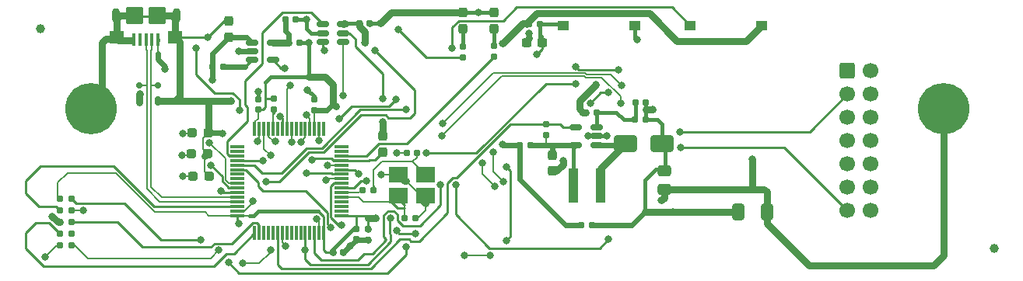
<source format=gbr>
%TF.GenerationSoftware,KiCad,Pcbnew,8.0.2*%
%TF.CreationDate,2024-05-22T10:06:01-07:00*%
%TF.ProjectId,USB_8769M,5553425f-3837-4363-994d-2e6b69636164,rev?*%
%TF.SameCoordinates,Original*%
%TF.FileFunction,Copper,L1,Top*%
%TF.FilePolarity,Positive*%
%FSLAX46Y46*%
G04 Gerber Fmt 4.6, Leading zero omitted, Abs format (unit mm)*
G04 Created by KiCad (PCBNEW 8.0.2) date 2024-05-22 10:06:01*
%MOMM*%
%LPD*%
G01*
G04 APERTURE LIST*
G04 Aperture macros list*
%AMRoundRect*
0 Rectangle with rounded corners*
0 $1 Rounding radius*
0 $2 $3 $4 $5 $6 $7 $8 $9 X,Y pos of 4 corners*
0 Add a 4 corners polygon primitive as box body*
4,1,4,$2,$3,$4,$5,$6,$7,$8,$9,$2,$3,0*
0 Add four circle primitives for the rounded corners*
1,1,$1+$1,$2,$3*
1,1,$1+$1,$4,$5*
1,1,$1+$1,$6,$7*
1,1,$1+$1,$8,$9*
0 Add four rect primitives between the rounded corners*
20,1,$1+$1,$2,$3,$4,$5,0*
20,1,$1+$1,$4,$5,$6,$7,0*
20,1,$1+$1,$6,$7,$8,$9,0*
20,1,$1+$1,$8,$9,$2,$3,0*%
G04 Aperture macros list end*
%TA.AperFunction,SMDPad,CuDef*%
%ADD10R,2.100000X1.800000*%
%TD*%
%TA.AperFunction,SMDPad,CuDef*%
%ADD11RoundRect,0.250000X1.000000X0.650000X-1.000000X0.650000X-1.000000X-0.650000X1.000000X-0.650000X0*%
%TD*%
%TA.AperFunction,SMDPad,CuDef*%
%ADD12RoundRect,0.160000X-0.197500X-0.160000X0.197500X-0.160000X0.197500X0.160000X-0.197500X0.160000X0*%
%TD*%
%TA.AperFunction,SMDPad,CuDef*%
%ADD13RoundRect,0.155000X0.212500X0.155000X-0.212500X0.155000X-0.212500X-0.155000X0.212500X-0.155000X0*%
%TD*%
%TA.AperFunction,SMDPad,CuDef*%
%ADD14RoundRect,0.160000X0.197500X0.160000X-0.197500X0.160000X-0.197500X-0.160000X0.197500X-0.160000X0*%
%TD*%
%TA.AperFunction,SMDPad,CuDef*%
%ADD15RoundRect,0.155000X-0.155000X0.212500X-0.155000X-0.212500X0.155000X-0.212500X0.155000X0.212500X0*%
%TD*%
%TA.AperFunction,SMDPad,CuDef*%
%ADD16RoundRect,0.237500X-0.300000X-0.237500X0.300000X-0.237500X0.300000X0.237500X-0.300000X0.237500X0*%
%TD*%
%TA.AperFunction,SMDPad,CuDef*%
%ADD17RoundRect,0.160000X-0.160000X0.197500X-0.160000X-0.197500X0.160000X-0.197500X0.160000X0.197500X0*%
%TD*%
%TA.AperFunction,ComponentPad*%
%ADD18C,3.600000*%
%TD*%
%TA.AperFunction,ConnectorPad*%
%ADD19C,5.600000*%
%TD*%
%TA.AperFunction,SMDPad,CuDef*%
%ADD20RoundRect,0.155000X0.155000X-0.212500X0.155000X0.212500X-0.155000X0.212500X-0.155000X-0.212500X0*%
%TD*%
%TA.AperFunction,ConnectorPad*%
%ADD21C,0.787400*%
%TD*%
%TA.AperFunction,ComponentPad*%
%ADD22RoundRect,0.250000X-0.600000X-0.600000X0.600000X-0.600000X0.600000X0.600000X-0.600000X0.600000X0*%
%TD*%
%TA.AperFunction,ComponentPad*%
%ADD23C,1.700000*%
%TD*%
%TA.AperFunction,SMDPad,CuDef*%
%ADD24RoundRect,0.150000X-0.512500X-0.150000X0.512500X-0.150000X0.512500X0.150000X-0.512500X0.150000X0*%
%TD*%
%TA.AperFunction,SMDPad,CuDef*%
%ADD25RoundRect,0.250000X0.475000X-0.337500X0.475000X0.337500X-0.475000X0.337500X-0.475000X-0.337500X0*%
%TD*%
%TA.AperFunction,SMDPad,CuDef*%
%ADD26RoundRect,0.150000X0.512500X0.150000X-0.512500X0.150000X-0.512500X-0.150000X0.512500X-0.150000X0*%
%TD*%
%TA.AperFunction,SMDPad,CuDef*%
%ADD27RoundRect,0.237500X0.287500X0.237500X-0.287500X0.237500X-0.287500X-0.237500X0.287500X-0.237500X0*%
%TD*%
%TA.AperFunction,SMDPad,CuDef*%
%ADD28C,1.000000*%
%TD*%
%TA.AperFunction,SMDPad,CuDef*%
%ADD29RoundRect,0.160000X0.160000X-0.197500X0.160000X0.197500X-0.160000X0.197500X-0.160000X-0.197500X0*%
%TD*%
%TA.AperFunction,SMDPad,CuDef*%
%ADD30RoundRect,0.237500X-0.237500X0.287500X-0.237500X-0.287500X0.237500X-0.287500X0.237500X0.287500X0*%
%TD*%
%TA.AperFunction,SMDPad,CuDef*%
%ADD31RoundRect,0.155000X-0.212500X-0.155000X0.212500X-0.155000X0.212500X0.155000X-0.212500X0.155000X0*%
%TD*%
%TA.AperFunction,SMDPad,CuDef*%
%ADD32R,1.100000X3.700000*%
%TD*%
%TA.AperFunction,SMDPad,CuDef*%
%ADD33RoundRect,0.250000X-0.412500X-0.650000X0.412500X-0.650000X0.412500X0.650000X-0.412500X0.650000X0*%
%TD*%
%TA.AperFunction,SMDPad,CuDef*%
%ADD34RoundRect,0.175000X0.175000X0.325000X-0.175000X0.325000X-0.175000X-0.325000X0.175000X-0.325000X0*%
%TD*%
%TA.AperFunction,SMDPad,CuDef*%
%ADD35RoundRect,0.150000X0.200000X0.150000X-0.200000X0.150000X-0.200000X-0.150000X0.200000X-0.150000X0*%
%TD*%
%TA.AperFunction,SMDPad,CuDef*%
%ADD36RoundRect,0.100000X0.100000X0.575000X-0.100000X0.575000X-0.100000X-0.575000X0.100000X-0.575000X0*%
%TD*%
%TA.AperFunction,ComponentPad*%
%ADD37O,0.900000X1.600000*%
%TD*%
%TA.AperFunction,SMDPad,CuDef*%
%ADD38RoundRect,0.250000X0.550000X0.450000X-0.550000X0.450000X-0.550000X-0.450000X0.550000X-0.450000X0*%
%TD*%
%TA.AperFunction,SMDPad,CuDef*%
%ADD39RoundRect,0.250000X0.700000X0.700000X-0.700000X0.700000X-0.700000X-0.700000X0.700000X-0.700000X0*%
%TD*%
%TA.AperFunction,SMDPad,CuDef*%
%ADD40RoundRect,0.237500X0.237500X-0.300000X0.237500X0.300000X-0.237500X0.300000X-0.237500X-0.300000X0*%
%TD*%
%TA.AperFunction,SMDPad,CuDef*%
%ADD41RoundRect,0.075000X0.700000X0.075000X-0.700000X0.075000X-0.700000X-0.075000X0.700000X-0.075000X0*%
%TD*%
%TA.AperFunction,SMDPad,CuDef*%
%ADD42RoundRect,0.075000X0.075000X0.700000X-0.075000X0.700000X-0.075000X-0.700000X0.075000X-0.700000X0*%
%TD*%
%TA.AperFunction,SMDPad,CuDef*%
%ADD43RoundRect,0.237500X-0.237500X0.300000X-0.237500X-0.300000X0.237500X-0.300000X0.237500X0.300000X0*%
%TD*%
%TA.AperFunction,SMDPad,CuDef*%
%ADD44R,1.250000X1.000000*%
%TD*%
%TA.AperFunction,ViaPad*%
%ADD45C,0.800000*%
%TD*%
%TA.AperFunction,Conductor*%
%ADD46C,0.800000*%
%TD*%
%TA.AperFunction,Conductor*%
%ADD47C,0.400000*%
%TD*%
%TA.AperFunction,Conductor*%
%ADD48C,0.200000*%
%TD*%
%TA.AperFunction,Conductor*%
%ADD49C,0.600000*%
%TD*%
%TA.AperFunction,Conductor*%
%ADD50C,0.254000*%
%TD*%
%TA.AperFunction,Conductor*%
%ADD51C,0.250000*%
%TD*%
%TA.AperFunction,Conductor*%
%ADD52C,0.400600*%
%TD*%
%TA.AperFunction,Conductor*%
%ADD53C,0.621000*%
%TD*%
%TA.AperFunction,Conductor*%
%ADD54C,0.641000*%
%TD*%
G04 APERTURE END LIST*
D10*
%TO.P,Y1,1,1*%
%TO.N,Net-(U3-PH0)*%
X137000000Y-105700000D03*
%TO.P,Y1,2,2*%
%TO.N,GND*%
X139900000Y-105700000D03*
%TO.P,Y1,3,3*%
%TO.N,Net-(C16-Pad1)*%
X139900000Y-103400000D03*
%TO.P,Y1,4,4*%
%TO.N,GND*%
X137000000Y-103400000D03*
%TD*%
D11*
%TO.P,D1,1,K*%
%TO.N,+VSW*%
X165700000Y-100000000D03*
%TO.P,D1,2,A*%
%TO.N,Net-(D1-A)*%
X161700000Y-100000000D03*
%TD*%
D12*
%TO.P,R4,1*%
%TO.N,Net-(U1-FB)*%
X162705000Y-97400000D03*
%TO.P,R4,2*%
%TO.N,+VSW*%
X163900000Y-97400000D03*
%TD*%
D13*
%TO.P,C9,1*%
%TO.N,GND*%
X130967500Y-111900000D03*
%TO.P,C9,2*%
%TO.N,+3.3V*%
X129832500Y-111900000D03*
%TD*%
D14*
%TO.P,R2,1*%
%TO.N,Net-(U1-VIN)*%
X151397500Y-100200000D03*
%TO.P,R2,2*%
%TO.N,VBUS*%
X150202500Y-100200000D03*
%TD*%
D15*
%TO.P,C7,1*%
%TO.N,+3.3V*%
X133700000Y-109332500D03*
%TO.P,C7,2*%
%TO.N,GND*%
X133700000Y-110467500D03*
%TD*%
D16*
%TO.P,C14,1*%
%TO.N,GND*%
X150937500Y-89000000D03*
%TO.P,C14,2*%
%TO.N,Net-(J2-~{RESET})*%
X152662500Y-89000000D03*
%TD*%
D17*
%TO.P,R12,1*%
%TO.N,+3.3V*%
X123400000Y-95105000D03*
%TO.P,R12,2*%
%TO.N,/uController/BOOT1*%
X123400000Y-96300000D03*
%TD*%
D18*
%TO.P,H1,1,1*%
%TO.N,GND*%
X103500000Y-96200000D03*
D19*
X103500000Y-96200000D03*
%TD*%
D13*
%TO.P,C16,1*%
%TO.N,Net-(C16-Pad1)*%
X139000000Y-101000000D03*
%TO.P,C16,2*%
%TO.N,GND*%
X137865000Y-101000000D03*
%TD*%
D20*
%TO.P,C12,1*%
%TO.N,GND*%
X132400000Y-110435000D03*
%TO.P,C12,2*%
%TO.N,+3.3V*%
X132400000Y-109300000D03*
%TD*%
D18*
%TO.P,H2,1,1*%
%TO.N,GND*%
X196300000Y-96200000D03*
D19*
X196300000Y-96200000D03*
%TD*%
D21*
%TO.P,J2,1,VTref*%
%TO.N,+3.3V*%
X100130000Y-106030000D03*
%TO.P,J2,2,SWDIO/TMS*%
%TO.N,/uController/JTMS*%
X100130000Y-107300000D03*
%TO.P,J2,3,GND*%
%TO.N,GND*%
X100130000Y-108570000D03*
%TO.P,J2,4,SWCLK/TCK*%
%TO.N,/uController/JTCK*%
X100130000Y-109840000D03*
%TO.P,J2,5,GND*%
%TO.N,GND*%
X100130000Y-111110000D03*
%TO.P,J2,6,SWO/TDO*%
%TO.N,/uController/JTDO*%
X101400000Y-111110000D03*
%TO.P,J2,7,KEY*%
%TO.N,unconnected-(J2-KEY-Pad7)*%
X101400000Y-109840000D03*
%TO.P,J2,8,NC/TDI*%
%TO.N,/uController/JTDI*%
X101400000Y-108570000D03*
%TO.P,J2,9,GNDDetect*%
%TO.N,GND*%
X101400000Y-107300000D03*
%TO.P,J2,10,~{RESET}*%
%TO.N,Net-(J2-~{RESET})*%
X101400000Y-106030000D03*
%TD*%
D22*
%TO.P,J3,1,Pin_1*%
%TO.N,unconnected-(J3-Pin_1-Pad1)*%
X185860000Y-92060000D03*
D23*
%TO.P,J3,2,Pin_2*%
%TO.N,unconnected-(J3-Pin_2-Pad2)*%
X188400000Y-92060000D03*
%TO.P,J3,3,Pin_3*%
%TO.N,/AttenIFace/P4THRU*%
X185860000Y-94600000D03*
%TO.P,J3,4,Pin_4*%
%TO.N,/AttenIFace/P4CONN*%
X188400000Y-94600000D03*
%TO.P,J3,5,Pin_5*%
%TO.N,unconnected-(J3-Pin_5-Pad5)*%
X185860000Y-97140000D03*
%TO.P,J3,6,Pin_6*%
%TO.N,/AttenIFace/P3THRU*%
X188400000Y-97140000D03*
%TO.P,J3,7,Pin_7*%
%TO.N,/AttenIFace/P2THRU*%
X185860000Y-99680000D03*
%TO.P,J3,8,Pin_8*%
%TO.N,/AttenIFace/P1THRU*%
X188400000Y-99680000D03*
%TO.P,J3,9,Pin_9*%
%TO.N,/AttenIFace/P1CONN*%
X185860000Y-102220000D03*
%TO.P,J3,10,Pin_10*%
%TO.N,/AttenIFace/P2CONN*%
X188400000Y-102220000D03*
%TO.P,J3,11,Pin_11*%
%TO.N,/AttenIFace/P3CONN*%
X185860000Y-104760000D03*
%TO.P,J3,12,Pin_12*%
%TO.N,+VSW*%
X188400000Y-104760000D03*
%TO.P,J3,13,Pin_13*%
%TO.N,/AttenIFace/P5CONN*%
X185860000Y-107300000D03*
%TO.P,J3,14,Pin_14*%
%TO.N,/AttenIFace/P5THRU*%
X188400000Y-107300000D03*
%TD*%
D24*
%TO.P,U4,1,DO*%
%TO.N,/uController/SPI2_MISO*%
X128725000Y-87000000D03*
%TO.P,U4,2,Vss*%
%TO.N,GND*%
X128725000Y-87950000D03*
%TO.P,U4,3,DI*%
%TO.N,/uController/SPI2_MOSI*%
X128725000Y-88900000D03*
%TO.P,U4,4,CLK*%
%TO.N,/uController/SPI2_SCK*%
X131000000Y-88900000D03*
%TO.P,U4,5,CS*%
%TO.N,/uController/~{SPI2NSS}*%
X131000000Y-87950000D03*
%TO.P,U4,6,Vcc*%
%TO.N,+3.3V*%
X131000000Y-87000000D03*
%TD*%
D25*
%TO.P,C3,1*%
%TO.N,GND*%
X165900000Y-105037500D03*
%TO.P,C3,2*%
%TO.N,+VSW*%
X165900000Y-102962500D03*
%TD*%
D24*
%TO.P,U2,1,VIN*%
%TO.N,VBUS*%
X121025000Y-89000000D03*
%TO.P,U2,2,GND*%
%TO.N,GND*%
X121025000Y-89950000D03*
%TO.P,U2,3,ON/~{OFF}*%
%TO.N,Net-(U2-ON{slash}~{OFF})*%
X121025000Y-90900000D03*
%TO.P,U2,4,BP*%
%TO.N,Net-(U2-BP)*%
X123300000Y-90900000D03*
%TO.P,U2,5,VOUT*%
%TO.N,Net-(U2-VOUT)*%
X123300000Y-89000000D03*
%TD*%
D26*
%TO.P,U1,1,SW*%
%TO.N,Net-(D1-A)*%
X158592500Y-100150000D03*
%TO.P,U1,2,GND*%
%TO.N,GND*%
X158592500Y-99200000D03*
%TO.P,U1,3,FB*%
%TO.N,Net-(U1-FB)*%
X158592500Y-98250000D03*
%TO.P,U1,4,EN*%
%TO.N,HVEnable*%
X156317500Y-98250000D03*
%TO.P,U1,5,VIN*%
%TO.N,Net-(U1-VIN)*%
X156317500Y-100150000D03*
%TD*%
D27*
%TO.P,D6,1,K*%
%TO.N,GND*%
X116200000Y-101100000D03*
%TO.P,D6,2,A*%
%TO.N,Net-(D6-A)*%
X114450000Y-101100000D03*
%TD*%
D28*
%TO.P,FID2,*%
%TO.N,*%
X201800000Y-111400000D03*
%TD*%
D13*
%TO.P,C5,1*%
%TO.N,GND*%
X125800000Y-86500000D03*
%TO.P,C5,2*%
%TO.N,Net-(U2-VOUT)*%
X124665000Y-86500000D03*
%TD*%
%TO.P,C18,1*%
%TO.N,GND*%
X133867500Y-86900000D03*
%TO.P,C18,2*%
%TO.N,+3.3V*%
X132732500Y-86900000D03*
%TD*%
D29*
%TO.P,R9,1*%
%TO.N,Net-(U3-PA0)*%
X147400000Y-90565000D03*
%TO.P,R9,2*%
%TO.N,Net-(D3-A)*%
X147400000Y-89370000D03*
%TD*%
D30*
%TO.P,D4,1,K*%
%TO.N,GND*%
X144000000Y-85725000D03*
%TO.P,D4,2,A*%
%TO.N,Net-(D4-A)*%
X144000000Y-87475000D03*
%TD*%
D31*
%TO.P,C15,1*%
%TO.N,Net-(U3-PH0)*%
X137665000Y-108100000D03*
%TO.P,C15,2*%
%TO.N,GND*%
X138800000Y-108100000D03*
%TD*%
D12*
%TO.P,R5,1*%
%TO.N,GND*%
X157405000Y-96600000D03*
%TO.P,R5,2*%
%TO.N,Net-(U1-FB)*%
X158600000Y-96600000D03*
%TD*%
D32*
%TO.P,L1,1,1*%
%TO.N,Net-(U1-VIN)*%
X156000000Y-104600000D03*
%TO.P,L1,2,2*%
%TO.N,Net-(D1-A)*%
X159000000Y-104600000D03*
%TD*%
D12*
%TO.P,R6,1*%
%TO.N,Net-(U2-VOUT)*%
X125005000Y-89000000D03*
%TO.P,R6,2*%
%TO.N,+3.3V*%
X126200000Y-89000000D03*
%TD*%
D13*
%TO.P,C2,1*%
%TO.N,+VSW*%
X163900000Y-95500000D03*
%TO.P,C2,2*%
%TO.N,Net-(U1-FB)*%
X162765000Y-95500000D03*
%TD*%
D12*
%TO.P,R1,1*%
%TO.N,VBUS*%
X156900000Y-108900000D03*
%TO.P,R1,2*%
%TO.N,+VSW*%
X158095000Y-108900000D03*
%TD*%
D33*
%TO.P,C19,1*%
%TO.N,+VSW*%
X173975000Y-107500000D03*
%TO.P,C19,2*%
%TO.N,GND*%
X177100000Y-107500000D03*
%TD*%
D34*
%TO.P,D2,1,GND*%
%TO.N,GND*%
X110800000Y-95350000D03*
D35*
%TO.P,D2,2,I/O1*%
%TO.N,/uController/USB-*%
X110800000Y-93650000D03*
%TO.P,D2,3,I/O2*%
%TO.N,/uController/USB+*%
X108800000Y-93650000D03*
%TO.P,D2,4,VCC*%
%TO.N,VBUS*%
X108800000Y-95550000D03*
%TD*%
D36*
%TO.P,J1,1,VBUS*%
%TO.N,VBUS*%
X110800000Y-88675000D03*
%TO.P,J1,2,D-*%
%TO.N,/uController/USB-*%
X110150000Y-88675000D03*
%TO.P,J1,3,D+*%
%TO.N,/uController/USB+*%
X109500000Y-88675000D03*
%TO.P,J1,4,ID*%
%TO.N,unconnected-(J1-ID-Pad4)*%
X108850000Y-88675000D03*
%TO.P,J1,5,GND*%
%TO.N,GND*%
X108200000Y-88675000D03*
D37*
%TO.P,J1,6,Shield*%
X112800000Y-86000000D03*
D38*
X112700000Y-88450000D03*
D39*
X110700000Y-86000000D03*
X108300000Y-86000000D03*
D38*
X106300000Y-88450000D03*
D37*
X106200000Y-86000000D03*
%TD*%
D40*
%TO.P,C1,1*%
%TO.N,GND*%
X153700000Y-103000000D03*
%TO.P,C1,2*%
%TO.N,Net-(U1-VIN)*%
X153700000Y-101275000D03*
%TD*%
D28*
%TO.P,FID1,*%
%TO.N,*%
X98000000Y-87500000D03*
%TD*%
D12*
%TO.P,R7,1*%
%TO.N,VBUS*%
X116705000Y-91600000D03*
%TO.P,R7,2*%
%TO.N,Net-(U2-ON{slash}~{OFF})*%
X117900000Y-91600000D03*
%TD*%
D20*
%TO.P,C8,1*%
%TO.N,+3.3V*%
X121700000Y-96300000D03*
%TO.P,C8,2*%
%TO.N,GND*%
X121700000Y-95165000D03*
%TD*%
D41*
%TO.P,U3,1,VBAT*%
%TO.N,+3.3V*%
X130775000Y-107850000D03*
%TO.P,U3,2,PC13*%
%TO.N,unconnected-(U3-PC13-Pad2)*%
X130775000Y-107350000D03*
%TO.P,U3,3,PC14*%
%TO.N,unconnected-(U3-PC14-Pad3)*%
X130775000Y-106850000D03*
%TO.P,U3,4,PC15*%
%TO.N,unconnected-(U3-PC15-Pad4)*%
X130775000Y-106350000D03*
%TO.P,U3,5,PH0*%
%TO.N,Net-(U3-PH0)*%
X130775000Y-105850000D03*
%TO.P,U3,6,PH1*%
%TO.N,Net-(U3-PH1)*%
X130775000Y-105350000D03*
%TO.P,U3,7,NRST*%
%TO.N,Net-(J2-~{RESET})*%
X130775000Y-104850000D03*
%TO.P,U3,8,PC0*%
%TO.N,S1U*%
X130775000Y-104350000D03*
%TO.P,U3,9,PC1*%
%TO.N,S1D*%
X130775000Y-103850000D03*
%TO.P,U3,10,PC2*%
%TO.N,S2U*%
X130775000Y-103350000D03*
%TO.P,U3,11,PC3*%
%TO.N,S2D*%
X130775000Y-102850000D03*
%TO.P,U3,12,VSSA*%
%TO.N,GND*%
X130775000Y-102350000D03*
%TO.P,U3,13,VDDA*%
%TO.N,Net-(U3-VDDA)*%
X130775000Y-101850000D03*
%TO.P,U3,14,PA0*%
%TO.N,Net-(U3-PA0)*%
X130775000Y-101350000D03*
%TO.P,U3,15,PA1*%
%TO.N,unconnected-(U3-PA1-Pad15)*%
X130775000Y-100850000D03*
%TO.P,U3,16,PA2*%
%TO.N,unconnected-(U3-PA2-Pad16)*%
X130775000Y-100350000D03*
D42*
%TO.P,U3,17,PA3*%
%TO.N,unconnected-(U3-PA3-Pad17)*%
X128850000Y-98425000D03*
%TO.P,U3,18,VSS*%
%TO.N,GND*%
X128350000Y-98425000D03*
%TO.P,U3,19,VDD*%
%TO.N,+3.3V*%
X127850000Y-98425000D03*
%TO.P,U3,20,PA4*%
%TO.N,S5U*%
X127350000Y-98425000D03*
%TO.P,U3,21,PA5*%
%TO.N,S5D*%
X126850000Y-98425000D03*
%TO.P,U3,22,PA6*%
%TO.N,unconnected-(U3-PA6-Pad22)*%
X126350000Y-98425000D03*
%TO.P,U3,23,PA7*%
%TO.N,unconnected-(U3-PA7-Pad23)*%
X125850000Y-98425000D03*
%TO.P,U3,24,PC4*%
%TO.N,S3U*%
X125350000Y-98425000D03*
%TO.P,U3,25,PC5*%
%TO.N,S3D*%
X124850000Y-98425000D03*
%TO.P,U3,26,PB0*%
%TO.N,Net-(U3-PB0)*%
X124350000Y-98425000D03*
%TO.P,U3,27,PB1*%
%TO.N,unconnected-(U3-PB1-Pad27)*%
X123850000Y-98425000D03*
%TO.P,U3,28,PB2*%
%TO.N,/uController/BOOT1*%
X123350000Y-98425000D03*
%TO.P,U3,29,PB10*%
%TO.N,/uController/SPI2_SCK*%
X122850000Y-98425000D03*
%TO.P,U3,30,VCAP1*%
%TO.N,Net-(U3-VCAP1)*%
X122350000Y-98425000D03*
%TO.P,U3,31,VSS*%
%TO.N,GND*%
X121850000Y-98425000D03*
%TO.P,U3,32,VDD*%
%TO.N,+3.3V*%
X121350000Y-98425000D03*
D41*
%TO.P,U3,33,PB12*%
%TO.N,unconnected-(U3-PB12-Pad33)*%
X119425000Y-100350000D03*
%TO.P,U3,34,PB13*%
%TO.N,unconnected-(U3-PB13-Pad34)*%
X119425000Y-100850000D03*
%TO.P,U3,35,PB14*%
%TO.N,/uController/SPI2_MISO*%
X119425000Y-101350000D03*
%TO.P,U3,36,PB15*%
%TO.N,/uController/SPI2_MOSI*%
X119425000Y-101850000D03*
%TO.P,U3,37,PC6*%
%TO.N,S4U*%
X119425000Y-102350000D03*
%TO.P,U3,38,PC7*%
%TO.N,S4D*%
X119425000Y-102850000D03*
%TO.P,U3,39,PC8*%
%TO.N,unconnected-(U3-PC8-Pad39)*%
X119425000Y-103350000D03*
%TO.P,U3,40,PC9*%
%TO.N,unconnected-(U3-PC9-Pad40)*%
X119425000Y-103850000D03*
%TO.P,U3,41,PA8*%
%TO.N,Net-(U3-PA8)*%
X119425000Y-104350000D03*
%TO.P,U3,42,PA9*%
%TO.N,Net-(U3-PA9)*%
X119425000Y-104850000D03*
%TO.P,U3,43,PA10*%
%TO.N,Net-(U3-PA10)*%
X119425000Y-105350000D03*
%TO.P,U3,44,PA11*%
%TO.N,/uController/USB-*%
X119425000Y-105850000D03*
%TO.P,U3,45,PA12*%
%TO.N,/uController/USB+*%
X119425000Y-106350000D03*
%TO.P,U3,46,PA13*%
%TO.N,/uController/JTMS*%
X119425000Y-106850000D03*
%TO.P,U3,47,VSS*%
%TO.N,GND*%
X119425000Y-107350000D03*
%TO.P,U3,48,VDD*%
%TO.N,+3.3V*%
X119425000Y-107850000D03*
D42*
%TO.P,U3,49,PA14*%
%TO.N,/uController/JTCK*%
X121350000Y-109775000D03*
%TO.P,U3,50,PA15*%
%TO.N,/uController/JTDI*%
X121850000Y-109775000D03*
%TO.P,U3,51,PC10*%
%TO.N,unconnected-(U3-PC10-Pad51)*%
X122350000Y-109775000D03*
%TO.P,U3,52,PC11*%
%TO.N,unconnected-(U3-PC11-Pad52)*%
X122850000Y-109775000D03*
%TO.P,U3,53,PC12*%
%TO.N,unconnected-(U3-PC12-Pad53)*%
X123350000Y-109775000D03*
%TO.P,U3,54,PD2*%
%TO.N,HVEnable*%
X123850000Y-109775000D03*
%TO.P,U3,55,PB3*%
%TO.N,/uController/JTDO*%
X124350000Y-109775000D03*
%TO.P,U3,56,PB4*%
%TO.N,unconnected-(U3-PB4-Pad56)*%
X124850000Y-109775000D03*
%TO.P,U3,57,PB5*%
%TO.N,unconnected-(U3-PB5-Pad57)*%
X125350000Y-109775000D03*
%TO.P,U3,58,PB6*%
%TO.N,unconnected-(U3-PB6-Pad58)*%
X125850000Y-109775000D03*
%TO.P,U3,59,PB7*%
%TO.N,unconnected-(U3-PB7-Pad59)*%
X126350000Y-109775000D03*
%TO.P,U3,60,BOOT0*%
%TO.N,Net-(U3-BOOT0)*%
X126850000Y-109775000D03*
%TO.P,U3,61,PB8*%
%TO.N,unconnected-(U3-PB8-Pad61)*%
X127350000Y-109775000D03*
%TO.P,U3,62,PB9*%
%TO.N,/uController/~{SPI2NSS}*%
X127850000Y-109775000D03*
%TO.P,U3,63,VSS*%
%TO.N,GND*%
X128350000Y-109775000D03*
%TO.P,U3,64,VDD*%
%TO.N,+3.3V*%
X128850000Y-109775000D03*
%TD*%
D29*
%TO.P,R13,1*%
%TO.N,Net-(U3-PB0)*%
X144000000Y-90595000D03*
%TO.P,R13,2*%
%TO.N,Net-(D4-A)*%
X144000000Y-89400000D03*
%TD*%
D43*
%TO.P,C4,1*%
%TO.N,GND*%
X118500000Y-86675000D03*
%TO.P,C4,2*%
%TO.N,VBUS*%
X118500000Y-88400000D03*
%TD*%
D14*
%TO.P,R11,1*%
%TO.N,Net-(C16-Pad1)*%
X134297500Y-105100000D03*
%TO.P,R11,2*%
%TO.N,Net-(U3-PH1)*%
X133102500Y-105100000D03*
%TD*%
D43*
%TO.P,FB1,1*%
%TO.N,+3.3V*%
X135300000Y-99175000D03*
%TO.P,FB1,2*%
%TO.N,Net-(U3-VDDA)*%
X135300000Y-100900000D03*
%TD*%
D27*
%TO.P,D5,1,K*%
%TO.N,GND*%
X116300000Y-98800000D03*
%TO.P,D5,2,A*%
%TO.N,Net-(D5-A)*%
X114550000Y-98800000D03*
%TD*%
D30*
%TO.P,D3,1,K*%
%TO.N,GND*%
X147400000Y-85725000D03*
%TO.P,D3,2,A*%
%TO.N,Net-(D3-A)*%
X147400000Y-87475000D03*
%TD*%
D20*
%TO.P,C11,1*%
%TO.N,+3.3V*%
X127800000Y-96335000D03*
%TO.P,C11,2*%
%TO.N,GND*%
X127800000Y-95200000D03*
%TD*%
D17*
%TO.P,R3,1*%
%TO.N,HVEnable*%
X153100000Y-97902500D03*
%TO.P,R3,2*%
%TO.N,Net-(U1-VIN)*%
X153100000Y-99097500D03*
%TD*%
D44*
%TO.P,SW2,1,1*%
%TO.N,Net-(U3-BOOT0)*%
X168725000Y-87100000D03*
%TO.P,SW2,2,2*%
%TO.N,+3.3V*%
X176475000Y-87100000D03*
%TD*%
D12*
%TO.P,R8,1*%
%TO.N,+3.3V*%
X151205000Y-87000000D03*
%TO.P,R8,2*%
%TO.N,Net-(J2-~{RESET})*%
X152400000Y-87000000D03*
%TD*%
D44*
%TO.P,SW1,1,1*%
%TO.N,Net-(J2-~{RESET})*%
X154950000Y-87100000D03*
%TO.P,SW1,2,2*%
%TO.N,GND*%
X162700000Y-87100000D03*
%TD*%
D27*
%TO.P,D7,1,K*%
%TO.N,GND*%
X116400000Y-103600000D03*
%TO.P,D7,2,A*%
%TO.N,Net-(D7-A)*%
X114650000Y-103600000D03*
%TD*%
D45*
%TO.N,GND*%
X118800000Y-95350000D03*
X163000000Y-88700000D03*
X117800000Y-98900000D03*
X158451757Y-93606003D03*
X159700000Y-99200000D03*
X129289000Y-102416000D03*
X131700000Y-111200000D03*
X151200000Y-88000000D03*
X127099001Y-94127201D03*
X175476017Y-101676009D03*
X135000000Y-86900000D03*
X145700000Y-85725000D03*
X99336100Y-107935000D03*
X121650000Y-99761800D03*
X154900000Y-101900000D03*
X165600000Y-106200000D03*
X157600000Y-99200000D03*
X136800000Y-101000000D03*
X116255000Y-88450000D03*
X128070000Y-108243000D03*
X127000000Y-86500000D03*
X135100000Y-103400000D03*
X121099996Y-106300000D03*
X128334000Y-99663000D03*
X102700000Y-107300000D03*
X119600000Y-89900000D03*
X98500000Y-112400000D03*
X121700000Y-94300000D03*
%TO.N,+VSW*%
X166867994Y-107500006D03*
X164648000Y-96312300D03*
%TO.N,VBUS*%
X111600000Y-91855000D03*
X108898000Y-94600000D03*
X148300000Y-100100000D03*
X116700000Y-93100000D03*
%TO.N,Net-(U2-BP)*%
X124600000Y-91800000D03*
%TO.N,+3.3V*%
X135300000Y-97600000D03*
X134474000Y-108100000D03*
X127200000Y-89000000D03*
X148322000Y-89092700D03*
X119607000Y-108717000D03*
X130207637Y-95966161D03*
X133300000Y-89000000D03*
%TO.N,Net-(U3-VDDA)*%
X127600000Y-101800000D03*
%TO.N,Net-(J2-~{RESET})*%
X115500000Y-110500000D03*
X133459000Y-104076000D03*
X137800000Y-111300000D03*
X118500000Y-113000000D03*
X152033000Y-90298200D03*
%TO.N,Net-(U3-VCAP1)*%
X123067000Y-101299000D03*
%TO.N,/uController/JTDO*%
X117437660Y-111644034D03*
X120059505Y-113073553D03*
X124707810Y-111156397D03*
X123059782Y-111613588D03*
%TO.N,/AttenIFace/P5CONN*%
X167700000Y-100400000D03*
%TO.N,/AttenIFace/P4THRU*%
X167600004Y-98700000D03*
%TO.N,Net-(U3-BOOT0)*%
X126850000Y-111600000D03*
X142854000Y-89633600D03*
X136138000Y-108109000D03*
%TO.N,Net-(U3-PB0)*%
X124138000Y-97025400D03*
X114999999Y-89599999D03*
X119700000Y-96400000D03*
X136948000Y-87565200D03*
%TO.N,/uController/~{SPI2NSS}*%
X141568000Y-104492000D03*
X135270000Y-95060000D03*
%TO.N,Net-(D5-A)*%
X113500000Y-98900000D03*
%TO.N,S5U*%
X126980000Y-96909700D03*
X161200000Y-95600000D03*
X141700000Y-99200000D03*
%TO.N,/uController/SPI2_MOSI*%
X122600000Y-104200000D03*
X122205000Y-101877000D03*
X128968000Y-89827900D03*
X134400000Y-89827900D03*
%TO.N,Net-(D6-A)*%
X113400000Y-101300000D03*
%TO.N,S3D*%
X125240383Y-93691286D03*
X147300000Y-100900000D03*
X148416000Y-104187000D03*
%TO.N,S2D*%
X138855000Y-109798000D03*
X136803000Y-109529000D03*
X132638000Y-103289000D03*
%TO.N,S1D*%
X144200000Y-112245000D03*
X147000002Y-112200000D03*
X129100000Y-104000000D03*
%TO.N,/uController/SPI2_SCK*%
X131000000Y-94800000D03*
X123614000Y-99781000D03*
%TO.N,S5D*%
X141800000Y-97800000D03*
X161300000Y-93700000D03*
X126400000Y-99800000D03*
%TO.N,S4D*%
X157891000Y-95590500D03*
X148710000Y-102510000D03*
X159790000Y-94464100D03*
X129611000Y-109126000D03*
X148711000Y-110600000D03*
%TO.N,S1U*%
X130818000Y-108884000D03*
%TO.N,S4U*%
X156305000Y-93457000D03*
X156300000Y-91600000D03*
X160933798Y-91933798D03*
X137800000Y-96300000D03*
X140054000Y-101029000D03*
%TO.N,Net-(D7-A)*%
X113500000Y-103600000D03*
%TO.N,S2U*%
X159854000Y-110434000D03*
X126976000Y-103249000D03*
X143198000Y-104492000D03*
X136700000Y-95200000D03*
X130539000Y-97282700D03*
%TO.N,S3U*%
X146146488Y-102146476D03*
X147500000Y-104700000D03*
X125400000Y-99800000D03*
%TO.N,Net-(U3-PA8)*%
X116400000Y-99900000D03*
%TO.N,Net-(U3-PA9)*%
X116600000Y-102400000D03*
%TO.N,Net-(U3-PA10)*%
X117700000Y-105175000D03*
%TD*%
D46*
%TO.N,GND*%
X100130000Y-108570000D02*
X99971100Y-108570000D01*
X165900000Y-105900000D02*
X165600000Y-106200000D01*
X174562500Y-105037500D02*
X165900000Y-105037500D01*
D47*
X147400000Y-85725000D02*
X145700000Y-85725000D01*
D48*
X121099996Y-106482414D02*
X121099996Y-106300000D01*
X99790000Y-111110000D02*
X98500000Y-112400000D01*
D46*
X175400000Y-105000000D02*
X175476017Y-104923983D01*
D48*
X128350000Y-98425000D02*
X128350000Y-99646800D01*
X116400000Y-103600000D02*
X115900000Y-103100000D01*
D46*
X113200000Y-94850000D02*
X112700000Y-95350000D01*
D48*
X100130000Y-111110000D02*
X99790000Y-111110000D01*
X115700000Y-99400000D02*
X116300000Y-98800000D01*
D46*
X176800000Y-105000000D02*
X174600000Y-105000000D01*
X104700000Y-93993000D02*
X105236000Y-94529100D01*
X177100000Y-107500000D02*
X177100000Y-108700000D01*
D49*
X133699500Y-110468000D02*
X132432000Y-110468000D01*
D46*
X137800000Y-104050000D02*
X137650000Y-104050000D01*
D48*
X121850000Y-98425000D02*
X121850000Y-99561800D01*
D46*
X151232000Y-88516200D02*
X150938000Y-88810700D01*
D48*
X116200000Y-101100000D02*
X115700000Y-100600000D01*
D50*
X108300000Y-86100000D02*
X110600000Y-86100000D01*
D49*
X121025000Y-89950000D02*
X119650000Y-89950000D01*
D46*
X144000000Y-85725000D02*
X136175000Y-85725000D01*
X175476017Y-104923983D02*
X175476017Y-101676009D01*
D48*
X119425000Y-107350000D02*
X120232410Y-107350000D01*
D47*
X157600000Y-99200000D02*
X158592500Y-99200000D01*
D49*
X132400000Y-110500000D02*
X131700000Y-111200000D01*
D48*
X128350000Y-108523000D02*
X128350000Y-109775000D01*
D49*
X119650000Y-89950000D02*
X119600000Y-89900000D01*
D46*
X177100000Y-107500000D02*
X177100000Y-105300000D01*
X154200000Y-103000000D02*
X154900000Y-102300000D01*
D48*
X137000000Y-103400000D02*
X135100000Y-103400000D01*
X137865000Y-101000000D02*
X136800000Y-101000000D01*
D46*
X105150000Y-88550000D02*
X104700000Y-89000000D01*
D49*
X131000000Y-111900000D02*
X131700000Y-111200000D01*
D46*
X136175000Y-85725000D02*
X135000000Y-86900000D01*
X104700000Y-89000000D02*
X104700000Y-93993000D01*
D47*
X145700000Y-85725000D02*
X144000000Y-85725000D01*
X151232000Y-88516200D02*
X151232000Y-88032500D01*
D46*
X177100000Y-108700000D02*
X181700000Y-113300000D01*
D47*
X127450000Y-87950000D02*
X127000000Y-87500000D01*
D46*
X154900000Y-102300000D02*
X154900000Y-101900000D01*
X106300000Y-88450000D02*
X106300000Y-86400000D01*
X177100000Y-105300000D02*
X176800000Y-105000000D01*
D47*
X163000000Y-88700000D02*
X162700000Y-88400000D01*
D46*
X150938000Y-88905300D02*
X150938000Y-89000000D01*
X196300000Y-112200000D02*
X196300000Y-96200000D01*
D48*
X121850000Y-99561800D02*
X121650000Y-99761800D01*
D46*
X113200000Y-88950000D02*
X113200000Y-94850000D01*
D47*
X121700000Y-95165000D02*
X121700000Y-94300000D01*
D46*
X112700000Y-95350000D02*
X110800000Y-95350000D01*
D50*
X112700000Y-88450000D02*
X116255000Y-88450000D01*
D46*
X106525000Y-88775000D02*
X106300000Y-88550000D01*
X137650000Y-104050000D02*
X137000000Y-103400000D01*
D50*
X118500000Y-86675000D02*
X118030000Y-86675000D01*
D47*
X128725000Y-87950000D02*
X127450000Y-87950000D01*
D46*
X132432000Y-110468000D02*
X132400000Y-110500000D01*
X105236000Y-94529100D02*
X105354000Y-94671400D01*
X156676000Y-96228500D02*
X156676000Y-95381760D01*
D49*
X117700000Y-98800000D02*
X117800000Y-98900000D01*
D46*
X133868000Y-86900000D02*
X133867500Y-86900000D01*
D48*
X139100000Y-108100000D02*
X139900000Y-107300000D01*
X138800000Y-108100000D02*
X139100000Y-108100000D01*
D46*
X116300000Y-95350000D02*
X112700000Y-95350000D01*
X116300000Y-95350000D02*
X118800000Y-95350000D01*
D48*
X130775000Y-102350000D02*
X129355000Y-102350000D01*
D46*
X112700000Y-88450000D02*
X113200000Y-88950000D01*
X181700000Y-113300000D02*
X195200000Y-113300000D01*
X157047500Y-96600000D02*
X156676000Y-96228500D01*
D48*
X115700000Y-100600000D02*
X115700000Y-99400000D01*
D46*
X107900000Y-88775000D02*
X106524998Y-88775000D01*
D49*
X132432000Y-110468000D02*
X132400000Y-110435000D01*
D47*
X127000000Y-87500000D02*
X127000000Y-86500000D01*
D46*
X133699500Y-110468000D02*
X133700000Y-110467500D01*
D47*
X162700000Y-88400000D02*
X162700000Y-87100000D01*
X151232000Y-88032500D02*
X151200000Y-88000000D01*
D46*
X112800000Y-86000000D02*
X112300000Y-86000000D01*
D47*
X127800000Y-95200000D02*
X127800000Y-94828200D01*
D46*
X106200000Y-88550000D02*
X105150000Y-88550000D01*
D48*
X137800000Y-104050000D02*
X139450000Y-105700000D01*
D50*
X118030000Y-86675000D02*
X116255000Y-88450000D01*
D47*
X158592500Y-99200000D02*
X159700000Y-99200000D01*
D46*
X116300000Y-98800000D02*
X116300000Y-95350000D01*
D48*
X115900000Y-103100000D02*
X115900000Y-101400000D01*
D46*
X139900000Y-106500000D02*
X139450000Y-106050000D01*
X156676000Y-95381760D02*
X158451757Y-93606003D01*
X153700000Y-103000000D02*
X154200000Y-103000000D01*
X106200000Y-86000000D02*
X108300000Y-86000000D01*
X106300000Y-86400000D02*
X106700000Y-86000000D01*
D48*
X139900000Y-107300000D02*
X139900000Y-106500000D01*
X128070000Y-108243000D02*
X128350000Y-108523000D01*
D46*
X195200000Y-113300000D02*
X196300000Y-112200000D01*
X174600000Y-105000000D02*
X174562500Y-105037500D01*
D47*
X125800000Y-86500000D02*
X127000000Y-86500000D01*
D46*
X112700000Y-86400000D02*
X112300000Y-86000000D01*
X99971100Y-108570000D02*
X99336100Y-107935000D01*
D48*
X128350000Y-99646800D02*
X128334000Y-99663000D01*
D47*
X127800000Y-94828200D02*
X127099001Y-94127201D01*
D46*
X165900000Y-105037500D02*
X165900000Y-105900000D01*
D49*
X116300000Y-98800000D02*
X117700000Y-98800000D01*
D46*
X112700000Y-88450000D02*
X112700000Y-86400000D01*
X157405000Y-96600000D02*
X157047500Y-96600000D01*
D47*
X151232000Y-89000000D02*
X151232000Y-88516200D01*
D46*
X150938000Y-88905300D02*
X150937500Y-88905800D01*
X150937500Y-88905800D02*
X150937500Y-89000000D01*
D47*
X133868000Y-86900000D02*
X135000000Y-86900000D01*
D48*
X120232410Y-107350000D02*
X121099996Y-106482414D01*
D46*
X130967500Y-111900000D02*
X131000000Y-111900000D01*
X150938000Y-88810700D02*
X150938000Y-88905300D01*
X112300000Y-86000000D02*
X110700000Y-86000000D01*
X115900000Y-101400000D02*
X116200000Y-101100000D01*
D48*
X101400000Y-107300000D02*
X102700000Y-107300000D01*
X129355000Y-102350000D02*
X129289000Y-102416000D01*
D47*
%TO.N,Net-(U1-VIN)*%
X156071000Y-100397000D02*
X156000000Y-100468000D01*
D49*
X153700000Y-100300000D02*
X153700000Y-101275000D01*
D48*
X153100000Y-99097500D02*
X153100000Y-100200000D01*
D49*
X153100000Y-100200000D02*
X153600000Y-100200000D01*
X153600000Y-100200000D02*
X156242000Y-100200000D01*
D47*
X156000000Y-100468000D02*
X156000000Y-104600000D01*
D49*
X151398000Y-100200000D02*
X153100000Y-100200000D01*
X153600000Y-100200000D02*
X153700000Y-100300000D01*
D47*
%TO.N,+VSW*%
X163900000Y-96312300D02*
X163900000Y-97400000D01*
X164989000Y-102832000D02*
X165899500Y-102832000D01*
D49*
X158095000Y-108900000D02*
X162400000Y-108900000D01*
D47*
X165700000Y-98950000D02*
X165700000Y-100000000D01*
X163800000Y-104021000D02*
X164989000Y-102832000D01*
X163900000Y-97400000D02*
X165200000Y-97400000D01*
X165700000Y-97900000D02*
X165700000Y-98950000D01*
D46*
X164648000Y-96312300D02*
X163900000Y-96312300D01*
D47*
X166044000Y-102688000D02*
X166044000Y-100344000D01*
D46*
X166868000Y-107500000D02*
X166867994Y-107500006D01*
D47*
X165200000Y-97400000D02*
X165700000Y-97900000D01*
X163800000Y-107500000D02*
X163800000Y-104021000D01*
D46*
X173975000Y-107500000D02*
X166868000Y-107500000D01*
X163800000Y-107500000D02*
X166868000Y-107500000D01*
D49*
X162400000Y-108900000D02*
X163800000Y-107500000D01*
D47*
X163900000Y-95500000D02*
X163900000Y-96312300D01*
%TO.N,Net-(U1-FB)*%
X162765000Y-97245800D02*
X162765000Y-97340000D01*
X158592000Y-97635300D02*
X158592000Y-96607500D01*
X158592000Y-97635800D02*
X158592000Y-97635300D01*
D51*
X158592000Y-97942900D02*
X158592500Y-97943400D01*
D47*
X158592000Y-98250000D02*
X158592000Y-97942900D01*
D51*
X158592000Y-97635800D02*
X158592000Y-97942900D01*
X158592000Y-97942900D02*
X158592000Y-98250000D01*
D47*
X160700000Y-96600000D02*
X158600000Y-96600000D01*
X158592000Y-97942900D02*
X158592000Y-97635800D01*
X161500000Y-97400000D02*
X160700000Y-96600000D01*
X162705000Y-97400000D02*
X161500000Y-97400000D01*
X162765000Y-95500000D02*
X162765000Y-97245800D01*
D51*
X158592000Y-97635300D02*
X158592000Y-97635800D01*
X158592500Y-97943400D02*
X158592500Y-98250000D01*
D52*
%TO.N,VBUS*%
X110800000Y-88775000D02*
X110800000Y-88675000D01*
D49*
X118500000Y-88400000D02*
X116705000Y-90195000D01*
X148400000Y-100200000D02*
X148300000Y-100100000D01*
X150202500Y-101104500D02*
X150202500Y-100200000D01*
D46*
X108800000Y-94698300D02*
X108898000Y-94600000D01*
X108800000Y-95550000D02*
X108800000Y-94698300D01*
D49*
X116705000Y-93095000D02*
X116700000Y-93100000D01*
X150202000Y-101105000D02*
X150202500Y-101104500D01*
X120425000Y-88400000D02*
X118500000Y-88400000D01*
X121025000Y-89000000D02*
X120425000Y-88400000D01*
X156900000Y-108900000D02*
X155200000Y-108900000D01*
X111600000Y-91600000D02*
X110800000Y-90800000D01*
X110800000Y-90800000D02*
X110800000Y-90200000D01*
X150202000Y-103902000D02*
X150202000Y-101105000D01*
X150202000Y-100200000D02*
X148400000Y-100200000D01*
X116705000Y-91600000D02*
X116705000Y-93095000D01*
X155200000Y-108900000D02*
X150202000Y-103902000D01*
X116705000Y-90195000D02*
X116705000Y-91600000D01*
D48*
X110800000Y-88775000D02*
X110800000Y-90200000D01*
D46*
%TO.N,Net-(U2-VOUT)*%
X123300000Y-89000000D02*
X125005000Y-89000000D01*
D49*
X125005000Y-89000000D02*
X125005000Y-88105000D01*
X125005000Y-88105000D02*
X124665000Y-87765000D01*
X124665000Y-87765000D02*
X124665000Y-86500000D01*
D50*
%TO.N,Net-(U2-BP)*%
X124600000Y-91800000D02*
X124200000Y-91800000D01*
X124200000Y-91800000D02*
X123300000Y-90900000D01*
D46*
%TO.N,+3.3V*%
X164300000Y-85800000D02*
X152014000Y-85800000D01*
D51*
X133450000Y-107850000D02*
X133700000Y-108100000D01*
D46*
X133700000Y-109332000D02*
X133700000Y-109332500D01*
X152014000Y-85800000D02*
X150914000Y-86900000D01*
D51*
X132400000Y-107850000D02*
X132400000Y-109300000D01*
D53*
X129223524Y-96335000D02*
X129900000Y-95658524D01*
D46*
X167300000Y-88800000D02*
X164300000Y-85800000D01*
D48*
X99915700Y-104284000D02*
X100981000Y-103219000D01*
D46*
X129900000Y-95658524D02*
X130207637Y-95966161D01*
X129832000Y-111900000D02*
X129832500Y-111900000D01*
D53*
X127850000Y-96385000D02*
X127800000Y-96335000D01*
D54*
X150914000Y-87000000D02*
X151205000Y-87000000D01*
D51*
X128850000Y-107997695D02*
X128252305Y-107400000D01*
D47*
X132090000Y-109300000D02*
X132400000Y-109300000D01*
D46*
X150914000Y-87000000D02*
X150914000Y-86900000D01*
X150914000Y-86900000D02*
X150515000Y-86900000D01*
D48*
X106219000Y-103219000D02*
X110470000Y-107470000D01*
X100981000Y-103219000D02*
X106219000Y-103219000D01*
D51*
X132400000Y-107850000D02*
X133450000Y-107850000D01*
D47*
X129832000Y-111558000D02*
X132090000Y-109300000D01*
D48*
X121700000Y-97267600D02*
X121700000Y-96300000D01*
D47*
X128252305Y-107400000D02*
X121700000Y-107400000D01*
D51*
X119425000Y-108535000D02*
X119607000Y-108717000D01*
X128850000Y-109775000D02*
X128850000Y-107997695D01*
D46*
X135300000Y-99175000D02*
X135300000Y-97600000D01*
D47*
X126200000Y-89000000D02*
X127200000Y-89000000D01*
X123100000Y-92700000D02*
X127200000Y-92700000D01*
D51*
X128850000Y-109775000D02*
X128850000Y-111650000D01*
X121700000Y-96300000D02*
X122200000Y-96300000D01*
D46*
X176475000Y-87100000D02*
X174775000Y-88800000D01*
D51*
X129100000Y-111900000D02*
X129832000Y-111900000D01*
D48*
X127850000Y-98425000D02*
X127850000Y-96385000D01*
X121350000Y-97617600D02*
X121700000Y-97267600D01*
D51*
X123400000Y-95105000D02*
X122505000Y-95105000D01*
X122200000Y-96300000D02*
X122500000Y-96000000D01*
X122500000Y-95100000D02*
X122500000Y-93300000D01*
D47*
X121200000Y-107900000D02*
X120800000Y-107900000D01*
D51*
X128850000Y-111650000D02*
X129100000Y-111900000D01*
X119425000Y-107850000D02*
X119425000Y-108535000D01*
D46*
X129000000Y-92700000D02*
X129900000Y-93600000D01*
D47*
X129832000Y-111900000D02*
X129832000Y-111558000D01*
D48*
X116323798Y-107850000D02*
X119425000Y-107850000D01*
D47*
X121250000Y-107850000D02*
X121200000Y-107900000D01*
D53*
X127800000Y-96335000D02*
X129223524Y-96335000D01*
D51*
X130775000Y-107850000D02*
X132400000Y-107850000D01*
X122500000Y-96000000D02*
X122500000Y-95100000D01*
D46*
X132732000Y-87225200D02*
X132732000Y-87049200D01*
X129900000Y-93600000D02*
X129900000Y-95658524D01*
D47*
X132732000Y-86900000D02*
X131100000Y-86900000D01*
D46*
X132732000Y-87049200D02*
X132732000Y-86900000D01*
X127200000Y-92700000D02*
X129000000Y-92700000D01*
D48*
X119425000Y-107850000D02*
X120750000Y-107850000D01*
D47*
X127200000Y-89000000D02*
X127200000Y-92700000D01*
D46*
X174775000Y-88800000D02*
X167300000Y-88800000D01*
X150515000Y-86900000D02*
X148322000Y-89092700D01*
X132732500Y-87048700D02*
X132732500Y-86900000D01*
D51*
X133700000Y-108100000D02*
X133700000Y-109332000D01*
D46*
X134474000Y-108100000D02*
X133700000Y-108100000D01*
D48*
X121350000Y-98425000D02*
X121350000Y-97617600D01*
D47*
X122500000Y-93300000D02*
X123100000Y-92700000D01*
D46*
X132732000Y-87049200D02*
X132732500Y-87048700D01*
X133300000Y-89000000D02*
X133300000Y-87792700D01*
D48*
X115943798Y-107470000D02*
X116323798Y-107850000D01*
D47*
X121700000Y-107400000D02*
X121250000Y-107850000D01*
D46*
X133300000Y-87792700D02*
X132732000Y-87225200D01*
D48*
X99915700Y-105816000D02*
X99915700Y-104284000D01*
X110470000Y-107470000D02*
X115943798Y-107470000D01*
D51*
X119375000Y-107900000D02*
X119425000Y-107850000D01*
D48*
X100130000Y-106030000D02*
X99915700Y-105816000D01*
X120750000Y-107850000D02*
X120800000Y-107900000D01*
D46*
X131000000Y-87000000D02*
X131100000Y-86900000D01*
D48*
X122505000Y-95105000D02*
X122500000Y-95100000D01*
D51*
%TO.N,Net-(U3-VDDA)*%
X129675000Y-101593000D02*
X129932000Y-101850000D01*
X135300000Y-100900000D02*
X134400000Y-101800000D01*
X133800000Y-101800000D02*
X133750000Y-101850000D01*
X134400000Y-101800000D02*
X133800000Y-101800000D01*
X129932000Y-101850000D02*
X130775000Y-101850000D01*
X127807000Y-101593000D02*
X129675000Y-101593000D01*
X127600000Y-101800000D02*
X127807000Y-101593000D01*
X133750000Y-101850000D02*
X130775000Y-101850000D01*
%TO.N,Net-(J2-~{RESET})*%
X130775000Y-104850000D02*
X132160000Y-104850000D01*
D47*
X152400500Y-87000000D02*
X154850000Y-87000000D01*
D51*
X137800000Y-112100000D02*
X135760000Y-114140000D01*
X152662000Y-89211600D02*
X152662000Y-88310700D01*
X132933000Y-104076000D02*
X133459000Y-104076000D01*
X132160000Y-104850000D02*
X132933000Y-104076000D01*
X101894000Y-106524000D02*
X107154000Y-106524000D01*
X111130000Y-110500000D02*
X115500000Y-110500000D01*
X119640000Y-114140000D02*
X118500000Y-113000000D01*
X135760000Y-114140000D02*
X119640000Y-114140000D01*
X107154000Y-106524000D02*
X111130000Y-110500000D01*
X152662000Y-89668300D02*
X152662000Y-89211600D01*
X152662000Y-88310700D02*
X152368000Y-88016200D01*
X101400000Y-106030000D02*
X101894000Y-106524000D01*
D47*
X152368000Y-88016200D02*
X152368000Y-87032500D01*
X152368000Y-89000000D02*
X152368000Y-88016200D01*
D51*
X152033000Y-90298200D02*
X152662000Y-89668300D01*
X137800000Y-111300000D02*
X137800000Y-112100000D01*
D48*
%TO.N,Net-(U3-PH0)*%
X132640000Y-105850000D02*
X133190000Y-106400000D01*
D51*
X136873200Y-107024800D02*
X136248400Y-106400000D01*
X137665000Y-107024800D02*
X136873200Y-107024800D01*
D48*
X130775000Y-105850000D02*
X132640000Y-105850000D01*
X137665000Y-108100000D02*
X137665000Y-107024800D01*
X137665000Y-106694900D02*
X137665000Y-106365000D01*
X137665000Y-107024800D02*
X137665000Y-106694900D01*
D51*
X137665000Y-106694900D02*
X137000000Y-106029900D01*
D48*
X133190000Y-106400000D02*
X136248400Y-106400000D01*
%TO.N,Net-(C16-Pad1)*%
X139000000Y-101500000D02*
X138500000Y-102000000D01*
X139000000Y-101000000D02*
X139000000Y-101500000D01*
X134298000Y-104600000D02*
X134298000Y-102902000D01*
D51*
X134298000Y-104600000D02*
X134298000Y-104850000D01*
D48*
X134298000Y-105100000D02*
X134298000Y-104850000D01*
X138500000Y-102000000D02*
X139900000Y-103400000D01*
X134298000Y-104850000D02*
X134298000Y-104600000D01*
D51*
X134297500Y-104850500D02*
X134297500Y-105100000D01*
X134298000Y-104850000D02*
X134298000Y-105100000D01*
D48*
X134298000Y-102902000D02*
X135200000Y-102000000D01*
D51*
X134298000Y-104850000D02*
X134297500Y-104850500D01*
D48*
X135200000Y-102000000D02*
X138500000Y-102000000D01*
%TO.N,Net-(U3-VCAP1)*%
X122350000Y-98425000D02*
X122350000Y-100582000D01*
X122350000Y-100582000D02*
X123067000Y-101299000D01*
D49*
%TO.N,Net-(D1-A)*%
X161550000Y-100150000D02*
X158592500Y-100150000D01*
D46*
X159000000Y-102700000D02*
X161550000Y-100150000D01*
X159000000Y-104600000D02*
X159000000Y-102700000D01*
D48*
%TO.N,/uController/USB+*%
X109600000Y-93700000D02*
X109600000Y-89887500D01*
X118262000Y-106350000D02*
X118237000Y-106325000D01*
X109600000Y-104918000D02*
X109600000Y-93700000D01*
X109600000Y-89887500D02*
X109500000Y-89787500D01*
X118237000Y-106325000D02*
X111007000Y-106325000D01*
X108800000Y-93650000D02*
X109550000Y-93650000D01*
X111007000Y-106325000D02*
X109600000Y-104918000D01*
X109500000Y-89787500D02*
X109500000Y-88788600D01*
X109550000Y-93650000D02*
X109600000Y-93700000D01*
X119425000Y-106350000D02*
X118262000Y-106350000D01*
%TO.N,/uController/USB-*%
X110800000Y-93650000D02*
X110100000Y-93650000D01*
X110150000Y-89787500D02*
X110050000Y-89887500D01*
X118262000Y-105850000D02*
X118237000Y-105875000D01*
X118237000Y-105875000D02*
X111193000Y-105875000D01*
X111193000Y-105875000D02*
X110050000Y-104732000D01*
X119425000Y-105850000D02*
X118262000Y-105850000D01*
X110150000Y-88775000D02*
X110150000Y-89787500D01*
X110050000Y-104732000D02*
X110050000Y-93600000D01*
X110100000Y-93650000D02*
X110050000Y-93600000D01*
X110050000Y-89887500D02*
X110050000Y-93600000D01*
D47*
%TO.N,Net-(D3-A)*%
X147400000Y-89370000D02*
X147400000Y-87475000D01*
%TO.N,Net-(D4-A)*%
X144000000Y-89400000D02*
X144000000Y-87475000D01*
D51*
%TO.N,/uController/JTDI*%
X106365000Y-108570000D02*
X109095000Y-111300000D01*
X116981269Y-110901391D02*
X118879609Y-110901391D01*
X118879609Y-110901391D02*
X121136000Y-108645000D01*
X121577000Y-108645000D02*
X121850000Y-108918000D01*
X101400000Y-108570000D02*
X106365000Y-108570000D01*
X116582660Y-111300000D02*
X116981269Y-110901391D01*
X121136000Y-108645000D02*
X121577000Y-108645000D01*
X121850000Y-108918000D02*
X121850000Y-109775000D01*
X109095000Y-111300000D02*
X116582660Y-111300000D01*
D48*
%TO.N,/uController/JTDO*%
X103150000Y-112500000D02*
X116581694Y-112500000D01*
X101760000Y-111110000D02*
X103150000Y-112500000D01*
X123059782Y-111613588D02*
X123059782Y-111840218D01*
X123059782Y-111840218D02*
X121826447Y-113073553D01*
X124350000Y-110798587D02*
X124707810Y-111156397D01*
X121826447Y-113073553D02*
X120059505Y-113073553D01*
X116581694Y-112500000D02*
X117437660Y-111644034D01*
X101400000Y-111110000D02*
X101760000Y-111110000D01*
X124350000Y-109775000D02*
X124350000Y-110798587D01*
D51*
%TO.N,/uController/JTCK*%
X97525300Y-108667000D02*
X96436200Y-109756000D01*
X118245847Y-112045000D02*
X119080000Y-112045000D01*
X98376900Y-113355000D02*
X116935847Y-113355000D01*
X96436200Y-109756000D02*
X96436200Y-111414000D01*
X100130000Y-109840000D02*
X98957000Y-108667000D01*
X116935847Y-113355000D02*
X118245847Y-112045000D01*
X119080000Y-112045000D02*
X121350000Y-109775000D01*
X98957000Y-108667000D02*
X97525300Y-108667000D01*
X96436200Y-111414000D02*
X98376900Y-113355000D01*
%TO.N,/uController/JTMS*%
X105946000Y-102448000D02*
X97990000Y-102448000D01*
X97990000Y-102448000D02*
X96398200Y-104040000D01*
X96398200Y-104040000D02*
X96398200Y-105456000D01*
X119425000Y-106850000D02*
X110348000Y-106850000D01*
X97848900Y-106906000D02*
X99736300Y-106906000D01*
X99736300Y-106906000D02*
X100130000Y-107300000D01*
X110348000Y-106850000D02*
X105946000Y-102448000D01*
X96398200Y-105456000D02*
X97848900Y-106906000D01*
%TO.N,/AttenIFace/P5CONN*%
X185860000Y-107300000D02*
X178960000Y-100400000D01*
X178960000Y-100400000D02*
X167700000Y-100400000D01*
%TO.N,/AttenIFace/P4THRU*%
X181760000Y-98700000D02*
X167600004Y-98700000D01*
X185860000Y-94600000D02*
X181760000Y-98700000D01*
%TO.N,HVEnable*%
X123850000Y-113199000D02*
X123850000Y-109775000D01*
X154400000Y-97900000D02*
X154398000Y-97902500D01*
X138354000Y-110645000D02*
X138154000Y-110445000D01*
X156317500Y-98250000D02*
X154950000Y-98250000D01*
X142294000Y-104368000D02*
X142294000Y-107567000D01*
X154398000Y-97902500D02*
X153100000Y-97902500D01*
X153100000Y-97902500D02*
X149181000Y-97902500D01*
X142897000Y-103765000D02*
X142294000Y-104368000D01*
X124279000Y-113628000D02*
X123850000Y-113199000D01*
X133993000Y-113628000D02*
X124279000Y-113628000D01*
X154950000Y-98250000D02*
X154600000Y-97900000D01*
X139217000Y-110645000D02*
X138354000Y-110645000D01*
X154600000Y-97900000D02*
X154400000Y-97900000D01*
X142294000Y-107567000D02*
X139217000Y-110645000D01*
X138154000Y-110445000D02*
X137176000Y-110445000D01*
X149181000Y-97902500D02*
X143319000Y-103765000D01*
X137176000Y-110445000D02*
X133993000Y-113628000D01*
X143319000Y-103765000D02*
X142897000Y-103765000D01*
D50*
%TO.N,Net-(U2-ON{slash}~{OFF})*%
X120325000Y-91600000D02*
X121025000Y-90900000D01*
D49*
X117900000Y-91600000D02*
X120325000Y-91600000D01*
D51*
%TO.N,Net-(U3-PA0)*%
X137928000Y-100038000D02*
X147400000Y-90565000D01*
X130775000Y-101350000D02*
X133510000Y-101350000D01*
X134823000Y-100038000D02*
X137928000Y-100038000D01*
X133510000Y-101350000D02*
X134823000Y-100038000D01*
%TO.N,Net-(U3-BOOT0)*%
X149844000Y-85148000D02*
X148392000Y-86600000D01*
X148392000Y-86600000D02*
X143548200Y-86600000D01*
X136138000Y-109892000D02*
X136138000Y-110671000D01*
X136077000Y-108170000D02*
X136077000Y-109830000D01*
X166773000Y-85148000D02*
X149844000Y-85148000D01*
X126850000Y-111600000D02*
X126850000Y-109775000D01*
X143548200Y-86600000D02*
X142854000Y-87294200D01*
X126850000Y-111954600D02*
X126850000Y-111600000D01*
X168725000Y-87100000D02*
X166773000Y-85148000D01*
X127377000Y-113177000D02*
X126850000Y-112650000D01*
X136138000Y-108109000D02*
X136077000Y-108170000D01*
X133632000Y-113177000D02*
X127377000Y-113177000D01*
X136077000Y-109830000D02*
X136138000Y-109892000D01*
X126850000Y-112650000D02*
X126850000Y-111954600D01*
X142854000Y-87294200D02*
X142854000Y-89633600D01*
X136138000Y-110671000D02*
X133632000Y-113177000D01*
%TO.N,Net-(U3-PH1)*%
X132902000Y-105300000D02*
X133002000Y-105200000D01*
D48*
X132902000Y-105300000D02*
X132700000Y-105300000D01*
X132650000Y-105350000D02*
X130775000Y-105350000D01*
X132700000Y-105300000D02*
X132650000Y-105350000D01*
D51*
%TO.N,/uController/BOOT1*%
X123350000Y-96728200D02*
X123400000Y-96678200D01*
X123400000Y-96678200D02*
X123400000Y-96300000D01*
D48*
X123350000Y-98425000D02*
X123350000Y-96728200D01*
X123350000Y-96728200D02*
X123350000Y-96350000D01*
D51*
%TO.N,Net-(U3-PB0)*%
X118955000Y-94480000D02*
X116980000Y-94480000D01*
X144000000Y-90595000D02*
X139978000Y-90595000D01*
X116980000Y-94480000D02*
X114999999Y-92499999D01*
X124350000Y-97237700D02*
X124138000Y-97025400D01*
X119700000Y-96400000D02*
X119700000Y-95224700D01*
X124350000Y-98425000D02*
X124350000Y-97237700D01*
X119700000Y-95224700D02*
X118955000Y-94480000D01*
X114999999Y-92499999D02*
X114999999Y-89599999D01*
X139978000Y-90595000D02*
X136948000Y-87565200D01*
%TO.N,/uController/~{SPI2NSS}*%
X135849000Y-107362000D02*
X136472000Y-107362000D01*
X135376000Y-110171000D02*
X135376000Y-107834000D01*
X127850000Y-111941000D02*
X128578000Y-112669000D01*
X135270000Y-92385700D02*
X135270000Y-95060000D01*
X127850000Y-109775000D02*
X127850000Y-111941000D01*
X133246000Y-112005000D02*
X134165000Y-112005000D01*
X135636000Y-110534000D02*
X135636000Y-110431000D01*
X131000000Y-87950000D02*
X131662000Y-87950000D01*
X136865000Y-108404000D02*
X137445000Y-108984000D01*
X134165000Y-112005000D02*
X135636000Y-110534000D01*
X132300000Y-89415600D02*
X135270000Y-92385700D01*
X128578000Y-112669000D02*
X132583000Y-112669000D01*
X141568000Y-106731000D02*
X141568000Y-104492000D01*
X135636000Y-110431000D02*
X135376000Y-110171000D01*
X132300000Y-88587500D02*
X132300000Y-89415600D01*
X131662000Y-87950000D02*
X132300000Y-88587500D01*
X135376000Y-107834000D02*
X135849000Y-107362000D01*
X137445000Y-108984000D02*
X139314000Y-108984000D01*
X136472000Y-107362000D02*
X136865000Y-107754000D01*
X139314000Y-108984000D02*
X141568000Y-106731000D01*
X132583000Y-112669000D02*
X133246000Y-112005000D01*
X136865000Y-107754000D02*
X136865000Y-108404000D01*
D48*
%TO.N,Net-(D5-A)*%
X113500000Y-98900000D02*
X114450000Y-98900000D01*
%TO.N,S5U*%
X148273000Y-92627000D02*
X141700000Y-99200000D01*
X161200000Y-94883800D02*
X159104332Y-92788132D01*
X127350000Y-97279300D02*
X126980000Y-96909700D01*
X127350000Y-98425000D02*
X127350000Y-97279300D01*
X157190754Y-92627000D02*
X148273000Y-92627000D01*
X159104332Y-92788132D02*
X157351886Y-92788132D01*
X161200000Y-95600000D02*
X161200000Y-94883800D01*
X157351886Y-92788132D02*
X157190754Y-92627000D01*
D51*
%TO.N,/uController/SPI2_MOSI*%
X134400000Y-89827900D02*
X138727000Y-94154800D01*
X135912000Y-97178500D02*
X135575000Y-96841200D01*
X138727000Y-94154800D02*
X138727000Y-96718000D01*
X138266000Y-97178500D02*
X135912000Y-97178500D01*
X124000000Y-104200000D02*
X122600000Y-104200000D01*
X128725000Y-88900000D02*
X128725000Y-89585400D01*
X122178000Y-101850000D02*
X122205000Y-101877000D01*
X127241000Y-100959000D02*
X124000000Y-104200000D01*
X138727000Y-96718000D02*
X138266000Y-97178500D01*
X132940000Y-96841200D02*
X128822000Y-100959000D01*
X128725000Y-89585400D02*
X128968000Y-89827900D01*
X119425000Y-101850000D02*
X122178000Y-101850000D01*
X135575000Y-96841200D02*
X132940000Y-96841200D01*
X128822000Y-100959000D02*
X127241000Y-100959000D01*
D48*
%TO.N,Net-(D6-A)*%
X113400000Y-101300000D02*
X114250000Y-101300000D01*
D51*
%TO.N,/uController/SPI2_MISO*%
X127467000Y-85741700D02*
X124344000Y-85741700D01*
X118323000Y-99762000D02*
X118323000Y-101092000D01*
X120292000Y-93181700D02*
X120292000Y-95782500D01*
X124344000Y-85741700D02*
X122162000Y-87923000D01*
X120292000Y-95782500D02*
X120555000Y-96045800D01*
X120555000Y-96045800D02*
X120555000Y-97530000D01*
X118582000Y-101350000D02*
X119425000Y-101350000D01*
X128725000Y-87000000D02*
X127467000Y-85741700D01*
X120555000Y-97530000D02*
X118323000Y-99762000D01*
X118323000Y-101092000D02*
X118582000Y-101350000D01*
X122162000Y-87923000D02*
X122162000Y-91310900D01*
X122162000Y-91310900D02*
X120292000Y-93181700D01*
D48*
%TO.N,S3D*%
X147300000Y-100900000D02*
X147300000Y-103071000D01*
X124850000Y-98425000D02*
X124850000Y-94081669D01*
X147300000Y-103071000D02*
X148416000Y-104187000D01*
X124850000Y-94081669D02*
X125240383Y-93691286D01*
D51*
%TO.N,S2D*%
X130775000Y-102850000D02*
X132200000Y-102850000D01*
X132200000Y-102850000D02*
X132638000Y-103289000D01*
X137072000Y-109798000D02*
X138855000Y-109798000D01*
X136803000Y-109529000D02*
X137072000Y-109798000D01*
D48*
%TO.N,S1D*%
X146955002Y-112245000D02*
X147000002Y-112200000D01*
X129250000Y-103850000D02*
X129100000Y-104000000D01*
X144200000Y-112245000D02*
X146955002Y-112245000D01*
X130775000Y-103850000D02*
X129250000Y-103850000D01*
%TO.N,/uController/SPI2_SCK*%
X122850000Y-99232400D02*
X123399000Y-99781000D01*
X123399000Y-99781000D02*
X123614000Y-99781000D01*
X122850000Y-98425000D02*
X122850000Y-99232400D01*
X131000000Y-88900000D02*
X131000000Y-94800000D01*
%TO.N,S5D*%
X161300000Y-93700000D02*
X160061132Y-92461132D01*
X147300000Y-92300000D02*
X141800000Y-97800000D01*
X157487334Y-92461132D02*
X157326202Y-92300000D01*
X126850000Y-98425000D02*
X126850000Y-99350000D01*
X160061132Y-92461132D02*
X157487334Y-92461132D01*
X126850000Y-99350000D02*
X126400000Y-99800000D01*
X157326202Y-92300000D02*
X147300000Y-92300000D01*
D51*
%TO.N,S4D*%
X159790000Y-94464100D02*
X159017000Y-94464100D01*
X159017000Y-94464100D02*
X157891000Y-95590500D01*
X121745000Y-104654000D02*
X122246000Y-105155000D01*
X149194000Y-102994000D02*
X149194000Y-110117000D01*
X122246000Y-105155000D02*
X126855000Y-105155000D01*
X129252000Y-108767000D02*
X129611000Y-109126000D01*
X126855000Y-105155000D02*
X129252000Y-107552000D01*
X148710000Y-102510000D02*
X149194000Y-102994000D01*
X129252000Y-107552000D02*
X129252000Y-108767000D01*
X149194000Y-110117000D02*
X148711000Y-110600000D01*
X119425000Y-102850000D02*
X120341000Y-102850000D01*
X120341000Y-102850000D02*
X121745000Y-104254000D01*
X121745000Y-104254000D02*
X121745000Y-104654000D01*
%TO.N,S1U*%
X129629000Y-104633000D02*
X129912000Y-104350000D01*
X129629000Y-108095000D02*
X129629000Y-104633000D01*
X130818000Y-108884000D02*
X130418000Y-108884000D01*
X129912000Y-104350000D02*
X130775000Y-104350000D01*
X130418000Y-108884000D02*
X129629000Y-108095000D01*
%TO.N,S4U*%
X153041000Y-93457000D02*
X156305000Y-93457000D01*
X126992000Y-100508000D02*
X128635000Y-100508000D01*
X119425000Y-102350000D02*
X121339000Y-102350000D01*
X160933798Y-91933798D02*
X156633798Y-91933798D01*
X156633798Y-91933798D02*
X156300000Y-91600000D01*
X124300000Y-103200000D02*
X126992000Y-100508000D01*
X121339000Y-102350000D02*
X122189000Y-103200000D01*
X132843000Y-96300000D02*
X137800000Y-96300000D01*
X122189000Y-103200000D02*
X124300000Y-103200000D01*
X140054000Y-101029000D02*
X145469000Y-101029000D01*
X145469000Y-101029000D02*
X153041000Y-93457000D01*
X128635000Y-100508000D02*
X132843000Y-96300000D01*
D48*
%TO.N,Net-(D7-A)*%
X113500000Y-103600000D02*
X114650000Y-103600000D01*
D51*
%TO.N,S2U*%
X129759000Y-103350000D02*
X129659000Y-103249000D01*
X135985000Y-95915000D02*
X131906000Y-95915000D01*
X143198000Y-107752000D02*
X143198000Y-104492000D01*
X129659000Y-103249000D02*
X126976000Y-103249000D01*
X158888000Y-111400000D02*
X146847000Y-111400000D01*
X130775000Y-103350000D02*
X129759000Y-103350000D01*
X136700000Y-95200000D02*
X135985000Y-95915000D01*
X131906000Y-95915000D02*
X130539000Y-97282700D01*
X146847000Y-111400000D02*
X143198000Y-107752000D01*
X159854000Y-110434000D02*
X158888000Y-111400000D01*
D48*
%TO.N,S3U*%
X146146488Y-103346488D02*
X146146488Y-102146476D01*
X125400000Y-99800000D02*
X125400000Y-98475000D01*
X147500000Y-104700000D02*
X146146488Y-103346488D01*
%TO.N,Net-(U3-PA8)*%
X119425000Y-104350000D02*
X118548000Y-104350000D01*
X118152000Y-101652000D02*
X116400000Y-99900000D01*
X118152000Y-103954000D02*
X118152000Y-101652000D01*
X118548000Y-104350000D02*
X118152000Y-103954000D01*
D51*
%TO.N,Net-(U3-PA9)*%
X117800000Y-104100000D02*
X117800000Y-103600000D01*
X117800000Y-103600000D02*
X116600000Y-102400000D01*
X118550000Y-104850000D02*
X117800000Y-104100000D01*
X119425000Y-104850000D02*
X118550000Y-104850000D01*
%TO.N,Net-(U3-PA10)*%
X119425000Y-105350000D02*
X117875000Y-105350000D01*
X117875000Y-105350000D02*
X117700000Y-105175000D01*
%TD*%
M02*

</source>
